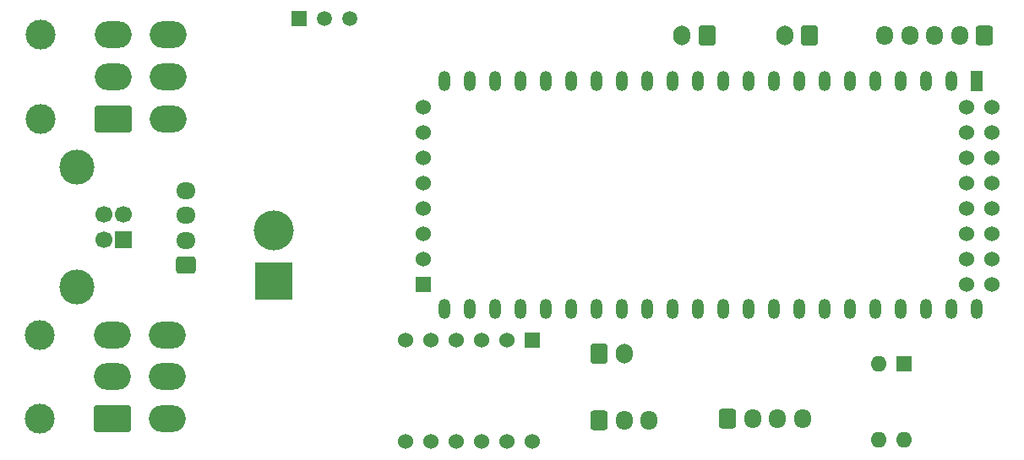
<source format=gbr>
%TF.GenerationSoftware,KiCad,Pcbnew,8.0.4*%
%TF.CreationDate,2024-12-04T14:23:44+01:00*%
%TF.ProjectId,ActivePedal,41637469-7665-4506-9564-616c2e6b6963,rev?*%
%TF.SameCoordinates,Original*%
%TF.FileFunction,Soldermask,Bot*%
%TF.FilePolarity,Negative*%
%FSLAX46Y46*%
G04 Gerber Fmt 4.6, Leading zero omitted, Abs format (unit mm)*
G04 Created by KiCad (PCBNEW 8.0.4) date 2024-12-04 14:23:44*
%MOMM*%
%LPD*%
G01*
G04 APERTURE LIST*
G04 Aperture macros list*
%AMRoundRect*
0 Rectangle with rounded corners*
0 $1 Rounding radius*
0 $2 $3 $4 $5 $6 $7 $8 $9 X,Y pos of 4 corners*
0 Add a 4 corners polygon primitive as box body*
4,1,4,$2,$3,$4,$5,$6,$7,$8,$9,$2,$3,0*
0 Add four circle primitives for the rounded corners*
1,1,$1+$1,$2,$3*
1,1,$1+$1,$4,$5*
1,1,$1+$1,$6,$7*
1,1,$1+$1,$8,$9*
0 Add four rect primitives between the rounded corners*
20,1,$1+$1,$2,$3,$4,$5,0*
20,1,$1+$1,$4,$5,$6,$7,0*
20,1,$1+$1,$6,$7,$8,$9,0*
20,1,$1+$1,$8,$9,$2,$3,0*%
G04 Aperture macros list end*
%ADD10RoundRect,0.250000X-0.600000X-0.725000X0.600000X-0.725000X0.600000X0.725000X-0.600000X0.725000X0*%
%ADD11O,1.700000X1.950000*%
%ADD12RoundRect,0.250000X-0.600000X-0.750000X0.600000X-0.750000X0.600000X0.750000X-0.600000X0.750000X0*%
%ADD13O,1.700000X2.000000*%
%ADD14R,1.200000X2.000000*%
%ADD15O,1.200000X2.000000*%
%ADD16R,3.800000X3.800000*%
%ADD17C,4.000000*%
%ADD18RoundRect,0.250000X0.600000X0.725000X-0.600000X0.725000X-0.600000X-0.725000X0.600000X-0.725000X0*%
%ADD19C,3.000000*%
%ADD20RoundRect,0.250001X1.599999X-1.099999X1.599999X1.099999X-1.599999X1.099999X-1.599999X-1.099999X0*%
%ADD21O,3.700000X2.700000*%
%ADD22R,1.524000X1.524000*%
%ADD23C,1.524000*%
%ADD24R,1.600000X1.600000*%
%ADD25O,1.600000X1.600000*%
%ADD26RoundRect,0.250000X0.600000X0.750000X-0.600000X0.750000X-0.600000X-0.750000X0.600000X-0.750000X0*%
%ADD27RoundRect,0.250000X0.725000X-0.600000X0.725000X0.600000X-0.725000X0.600000X-0.725000X-0.600000X0*%
%ADD28O,1.950000X1.700000*%
%ADD29R,1.700000X1.700000*%
%ADD30C,1.700000*%
%ADD31C,3.500000*%
%ADD32R,1.500000X1.500000*%
%ADD33C,1.500000*%
G04 APERTURE END LIST*
D10*
%TO.C,J2*%
X98378000Y-72009000D03*
D11*
X100878000Y-72009000D03*
X103378000Y-72009000D03*
%TD*%
D12*
%TO.C,J9*%
X98378000Y-65388000D03*
D13*
X100878000Y-65388000D03*
%TD*%
D14*
%TO.C,U1*%
X136245300Y-37976680D03*
D15*
X133705300Y-37976680D03*
X131165300Y-37976680D03*
X128625300Y-37976680D03*
X126085300Y-37976680D03*
X123545300Y-37976680D03*
X121005300Y-37976680D03*
X118465300Y-37976680D03*
X115925300Y-37976680D03*
X113385300Y-37976680D03*
X110845300Y-37976680D03*
X108305300Y-37976680D03*
X105765300Y-37976680D03*
X103225300Y-37976680D03*
X100685300Y-37976680D03*
X98145300Y-37976680D03*
X95605300Y-37976680D03*
X93065300Y-37976680D03*
X90525300Y-37976680D03*
X87988020Y-37973000D03*
X85448020Y-37973000D03*
X82908020Y-37973000D03*
X82905300Y-60836680D03*
X85445300Y-60836680D03*
X87985300Y-60836680D03*
X90525300Y-60836680D03*
X93065300Y-60836680D03*
X95605300Y-60836680D03*
X98145300Y-60836680D03*
X100685300Y-60836680D03*
X103225300Y-60836680D03*
X105765300Y-60836680D03*
X108305300Y-60836680D03*
X110845300Y-60836680D03*
X113385300Y-60836680D03*
X115925300Y-60836680D03*
X118465300Y-60836680D03*
X121005300Y-60836680D03*
X123545300Y-60836680D03*
X126085300Y-60836680D03*
X128625300Y-60836680D03*
X131165300Y-60836680D03*
X133705300Y-60836680D03*
X136245300Y-60836680D03*
%TD*%
D16*
%TO.C,J10*%
X65735000Y-58039000D03*
D17*
X65735000Y-53039000D03*
%TD*%
D18*
%TO.C,J3*%
X136993000Y-33401000D03*
D11*
X134493000Y-33401000D03*
X131993000Y-33401000D03*
X129493000Y-33401000D03*
X126993000Y-33401000D03*
%TD*%
D19*
%TO.C,J7*%
X42279000Y-71882000D03*
X42279000Y-63482000D03*
D20*
X49579000Y-71882000D03*
D21*
X49579000Y-67682000D03*
X49579000Y-63482000D03*
X55079000Y-71882000D03*
X55079000Y-67682000D03*
X55079000Y-63482000D03*
%TD*%
D22*
%TO.C,U3*%
X91694000Y-64008000D03*
D23*
X89154000Y-64008000D03*
X86614000Y-64008000D03*
X84074000Y-64008000D03*
X81534000Y-64008000D03*
X78994000Y-64008000D03*
X78994000Y-74168000D03*
X81534000Y-74168000D03*
X84074000Y-74168000D03*
X86614000Y-74168000D03*
X89154000Y-74168000D03*
X91694000Y-74168000D03*
%TD*%
D24*
%TO.C,SW1*%
X128910000Y-66336500D03*
D25*
X126370000Y-66336500D03*
X126370000Y-73956500D03*
X128910000Y-73956500D03*
%TD*%
D10*
%TO.C,J1*%
X111252000Y-71882000D03*
D11*
X113752000Y-71882000D03*
X116252000Y-71882000D03*
X118752000Y-71882000D03*
%TD*%
D26*
%TO.C,J4*%
X119467000Y-33401000D03*
D13*
X116967000Y-33401000D03*
%TD*%
D27*
%TO.C,J5*%
X56972000Y-56499000D03*
D28*
X56972000Y-53999000D03*
X56972000Y-51499000D03*
X56972000Y-48999000D03*
%TD*%
D19*
%TO.C,J8*%
X42406000Y-41792000D03*
X42406000Y-33392000D03*
D20*
X49706000Y-41792000D03*
D21*
X49706000Y-37592000D03*
X49706000Y-33392000D03*
X55206000Y-41792000D03*
X55206000Y-37592000D03*
X55206000Y-33392000D03*
%TD*%
D29*
%TO.C,J6*%
X50722500Y-53892000D03*
D30*
X50722500Y-51392000D03*
X48722500Y-51392000D03*
X48722500Y-53892000D03*
D31*
X46012500Y-58662000D03*
X46012500Y-46622000D03*
%TD*%
D26*
%TO.C,J11*%
X109180000Y-33401000D03*
D13*
X106680000Y-33401000D03*
%TD*%
D32*
%TO.C,PS1*%
X68326000Y-31750000D03*
D33*
X70866000Y-31750000D03*
X73406000Y-31750000D03*
%TD*%
D22*
%TO.C,U2*%
X80772000Y-58420000D03*
D23*
X80772000Y-55880000D03*
X80772000Y-53340000D03*
X80772000Y-50800000D03*
X80772000Y-48260000D03*
X80772000Y-45720000D03*
X80772000Y-43180000D03*
X80772000Y-40640000D03*
X135232000Y-58420000D03*
X135232000Y-55880000D03*
X135232000Y-53340000D03*
X135232000Y-50800000D03*
X135232000Y-48260000D03*
X135232000Y-45720000D03*
X135232000Y-43180000D03*
X135232000Y-40640000D03*
X137772000Y-58420000D03*
X137772000Y-55880000D03*
X137772000Y-53340000D03*
X137772000Y-50800000D03*
X137772000Y-48260000D03*
X137772000Y-45720000D03*
X137772000Y-43180000D03*
X137772000Y-40640000D03*
%TD*%
M02*

</source>
